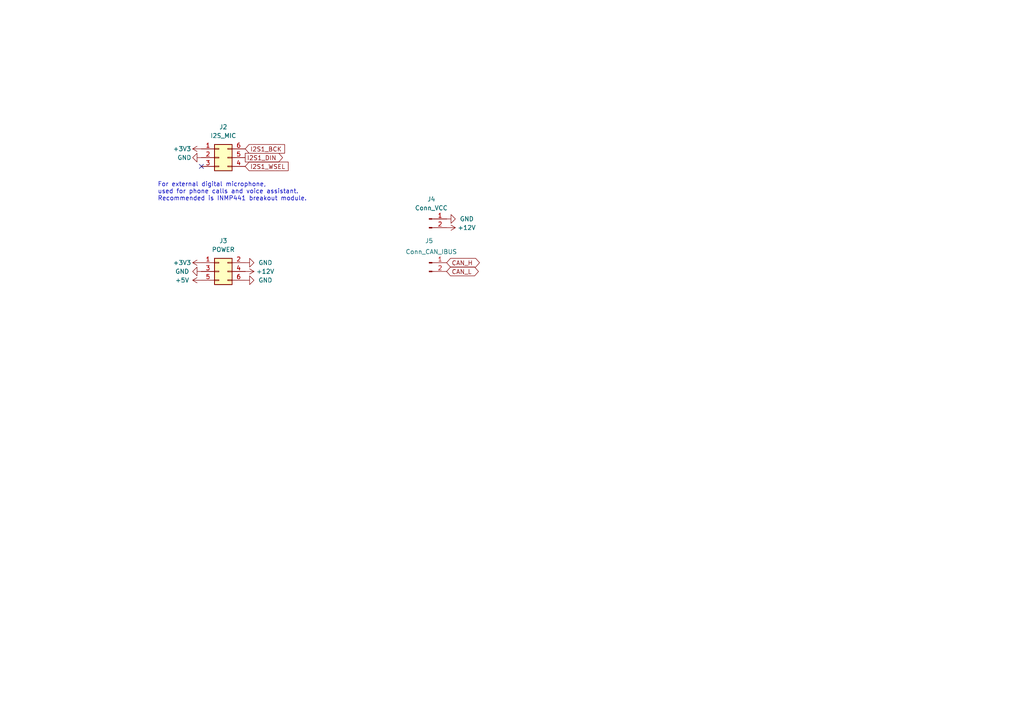
<source format=kicad_sch>
(kicad_sch (version 20211123) (generator eeschema)
  (paper "A4")
  (lib_symbols
    (symbol "Connector:Conn_01x02_Male" (pin_names (offset 1.016) hide)
      (property "Reference" "J" (at 0 2.54 0))
      (property "Value" "Conn_01x02_Male" (at 0 -5.08 0))
      (symbol "Conn_01x02_Male_1_1"
        (polyline (pts (xy 1.27 -2.54) (xy 0.8636 -2.54)) (stroke (width 0.1524)))
        (polyline (pts (xy 1.27 0) (xy 0.8636 0)) (stroke (width 0.1524)))
        (rectangle (start 0.8636 -2.413) (end 0 -2.667) (stroke (width 0.1524)) (fill (type outline)))
        (rectangle (start 0.8636 0.127) (end 0 -0.127) (stroke (width 0.1524)) (fill (type outline)))
        (pin passive line (at 5.08 0 180) (length 3.81) (name "Pin_1") (number "1"))
        (pin passive line (at 5.08 -2.54 180) (length 3.81) (name "Pin_2") (number "2"))
      )
    )
    (symbol "Connector_Generic:Conn_02x03_Counter_Clockwise" (pin_names (offset 1.016) hide)
      (property "Reference" "J" (at 1.27 5.08 0))
      (property "Value" "Conn_02x03_Counter_Clockwise" (at 1.27 -5.08 0))
      (symbol "Conn_02x03_Counter_Clockwise_1_1"
        (rectangle (start -1.27 -2.413) (end 0 -2.667) (stroke (width 0.1524)))
        (rectangle (start -1.27 0.127) (end 0 -0.127) (stroke (width 0.1524)))
        (rectangle (start -1.27 2.667) (end 0 2.413) (stroke (width 0.1524)))
        (rectangle (start -1.27 3.81) (end 3.81 -3.81) (stroke (width 0.254)) (fill (type background)))
        (rectangle (start 3.81 -2.413) (end 2.54 -2.667) (stroke (width 0.1524)))
        (rectangle (start 3.81 0.127) (end 2.54 -0.127) (stroke (width 0.1524)))
        (rectangle (start 3.81 2.667) (end 2.54 2.413) (stroke (width 0.1524)))
        (pin passive line (at -5.08 2.54 0) (length 3.81) (name "Pin_1") (number "1"))
        (pin passive line (at -5.08 0 0) (length 3.81) (name "Pin_2") (number "2"))
        (pin passive line (at -5.08 -2.54 0) (length 3.81) (name "Pin_3") (number "3"))
        (pin passive line (at 7.62 -2.54 180) (length 3.81) (name "Pin_4") (number "4"))
        (pin passive line (at 7.62 0 180) (length 3.81) (name "Pin_5") (number "5"))
        (pin passive line (at 7.62 2.54 180) (length 3.81) (name "Pin_6") (number "6"))
      )
    )
    (symbol "Connector_Generic:Conn_02x03_Odd_Even" (pin_names (offset 1.016) hide)
      (property "Reference" "J" (at 1.27 5.08 0))
      (property "Value" "Conn_02x03_Odd_Even" (at 1.27 -5.08 0))
      (symbol "Conn_02x03_Odd_Even_1_1"
        (rectangle (start -1.27 -2.413) (end 0 -2.667) (stroke (width 0.1524)))
        (rectangle (start -1.27 0.127) (end 0 -0.127) (stroke (width 0.1524)))
        (rectangle (start -1.27 2.667) (end 0 2.413) (stroke (width 0.1524)))
        (rectangle (start -1.27 3.81) (end 3.81 -3.81) (stroke (width 0.254)) (fill (type background)))
        (rectangle (start 3.81 -2.413) (end 2.54 -2.667) (stroke (width 0.1524)))
        (rectangle (start 3.81 0.127) (end 2.54 -0.127) (stroke (width 0.1524)))
        (rectangle (start 3.81 2.667) (end 2.54 2.413) (stroke (width 0.1524)))
        (pin passive line (at -5.08 2.54 0) (length 3.81) (name "Pin_1") (number "1"))
        (pin passive line (at 7.62 2.54 180) (length 3.81) (name "Pin_2") (number "2"))
        (pin passive line (at -5.08 0 0) (length 3.81) (name "Pin_3") (number "3"))
        (pin passive line (at 7.62 0 180) (length 3.81) (name "Pin_4") (number "4"))
        (pin passive line (at -5.08 -2.54 0) (length 3.81) (name "Pin_5") (number "5"))
        (pin passive line (at 7.62 -2.54 180) (length 3.81) (name "Pin_6") (number "6"))
      )
    )
    (symbol "power:+12V" (power) (pin_names (offset 0))
      (property "Value" "+12V" (at 0 3.556 0))
      (symbol "+12V_0_1"
        (polyline (pts (xy -0.762 1.27) (xy 0 2.54)))
        (polyline (pts (xy 0 0) (xy 0 2.54)))
        (polyline (pts (xy 0 2.54) (xy 0.762 1.27)))
      )
      (symbol "+12V_1_1"
        (pin power_in line (at 0 0 90) (length 0) hide (name "+12V") (number "1"))
      )
    )
    (symbol "power:+3V3" (power) (pin_names (offset 0))
      (property "Value" "+3V3" (at 0 3.556 0))
      (symbol "+3V3_0_1"
        (polyline (pts (xy -0.762 1.27) (xy 0 2.54)))
        (polyline (pts (xy 0 0) (xy 0 2.54)))
        (polyline (pts (xy 0 2.54) (xy 0.762 1.27)))
      )
      (symbol "+3V3_1_1"
        (pin power_in line (at 0 0 90) (length 0) hide (name "+3V3") (number "1"))
      )
    )
    (symbol "power:+5V" (power) (pin_names (offset 0))
      (property "Value" "+5V" (at 0 3.556 0))
      (symbol "+5V_0_1"
        (polyline (pts (xy -0.762 1.27) (xy 0 2.54)))
        (polyline (pts (xy 0 0) (xy 0 2.54)))
        (polyline (pts (xy 0 2.54) (xy 0.762 1.27)))
      )
      (symbol "+5V_1_1"
        (pin power_in line (at 0 0 90) (length 0) hide (name "+5V") (number "1"))
      )
    )
    (symbol "power:GND" (power) (pin_names (offset 0))
      (property "Value" "GND" (at 0 -3.81 0))
      (symbol "GND_0_1"
        (polyline (pts (xy 0 0) (xy 0 -1.27) (xy 1.27 -1.27) (xy 0 -2.54) (xy -1.27 -1.27) (xy 0 -1.27)))
      )
      (symbol "GND_1_1"
        (pin power_in line (at 0 0 270) (length 0) hide (name "GND") (number "1"))
      )
    )
  )
  (no_connect (at 58.42 48.26))
  (text "For external digital microphone,\nused for phone calls and voice assistant.\nRecommended is INMP441 breakout module." (at 45.72 58.42 0) (effects (font (size 1.27 1.27)) (justify left bottom)))
  (global_label "I2S1_BCK" (shape input) (at 71.12 43.18 0) (property "Intersheet References" "${INTERSHEET_REFS}" (effects hide)))
  (global_label "I2S1_WSEL" (shape input) (at 71.12 48.26 0) (property "Intersheet References" "${INTERSHEET_REFS}" (effects hide)))
  (global_label "CAN_L" (shape bidirectional) (at 129.54 78.74 0) (property "Intersheet References" "${INTERSHEET_REFS}" (effects hide)))
  (global_label "I2S1_DIN" (shape output) (at 71.12 45.72 0) (property "Intersheet References" "${INTERSHEET_REFS}" (effects hide)))
  (global_label "CAN_H" (shape bidirectional) (at 129.54 76.2 0) (property "Intersheet References" "${INTERSHEET_REFS}" (effects hide)))
  (symbol (lib_id "power:GND") (at 71.12 81.28 90) (mirror x) (unit 1)
    (property "Reference" "#PWR0111" (effects hide))
    (property "Value" "GND" (at 74.93 81.2801 90) (effects (justify right)))
  )
  (symbol (lib_id "power:+3V3") (at 58.42 43.18 90) (unit 1)
    (property "Reference" "#PWR060" (effects hide))
    (property "Value" "+3V3" (at 50.165 43.18 90) (effects (justify right)))
  )
  (symbol (lib_id "power:+12V") (at 129.54 66.04 270) (unit 1)
    (property "Reference" "#PWR065" (effects hide))
    (property "Value" "+12V" (at 132.715 66.0399 90) (effects (justify left)))
  )
  (symbol (lib_id "power:+12V") (at 71.12 78.74 270) (unit 1)
    (property "Reference" "#PWR0115" (effects hide))
    (property "Value" "+12V" (at 74.295 78.7399 90) (effects (justify left)))
  )
  (symbol (lib_id "power:GND") (at 58.42 78.74 270) (mirror x) (unit 1)
    (property "Reference" "#PWR0112" (effects hide))
    (property "Value" "GND" (at 50.8 78.74 90) (effects (justify left)))
  )
  (symbol (lib_id "Connector_Generic:Conn_02x03_Odd_Even") (at 63.5 78.74 0) (unit 1)
    (property "Reference" "J3" (at 64.77 69.85 0))
    (property "Value" "POWER" (at 64.77 72.39 0))
    (property "Footprint" "Connector_PinHeader_2.54mm:PinHeader_2x03_P2.54mm_Vertical" (effects hide))
  )
  (symbol (lib_id "power:GND") (at 129.54 63.5 90) (mirror x) (unit 1)
    (property "Reference" "#PWR064" (effects hide))
    (property "Value" "GND" (at 133.35 63.5001 90) (effects (justify right)))
  )
  (symbol (lib_id "power:GND") (at 58.42 45.72 270) (mirror x) (unit 1)
    (property "Reference" "#PWR061" (effects hide))
    (property "Value" "GND" (at 51.435 45.72 90) (effects (justify left)))
  )
  (symbol (lib_id "Connector:Conn_01x02_Male") (at 124.46 76.2 0) (unit 1)
    (property "Reference" "J5" (at 124.46 69.85 0))
    (property "Value" "Conn_CAN_IBUS" (at 125.095 73.025 0))
    (property "Footprint" "kicadlibrary:Molex_Mega-Fit_76825-0002_2x01_P5.70mm_Horizontal" (effects hide))
  )
  (symbol (lib_id "Connector_Generic:Conn_02x03_Counter_Clockwise") (at 63.5 45.72 0) (unit 1)
    (property "Reference" "J2" (at 64.77 36.83 0))
    (property "Value" "I2S_MIC" (at 64.77 39.37 0))
    (property "Footprint" "Connector_PinHeader_2.54mm:PinHeader_2x03_P2.54mm_Vertical" (effects hide))
  )
  (symbol (lib_id "power:+3V3") (at 58.42 76.2 90) (unit 1)
    (property "Reference" "#PWR0116" (effects hide))
    (property "Value" "+3V3" (at 50.165 76.2 90) (effects (justify right)))
  )
  (symbol (lib_id "power:+5V") (at 58.42 81.28 90) (unit 1)
    (property "Reference" "#PWR0113" (effects hide))
    (property "Value" "+5V" (at 50.8 81.28 90) (effects (justify right)))
  )
  (symbol (lib_id "power:GND") (at 71.12 76.2 90) (mirror x) (unit 1)
    (property "Reference" "#PWR0114" (effects hide))
    (property "Value" "GND" (at 74.93 76.2001 90) (effects (justify right)))
  )
  (symbol (lib_id "Connector:Conn_01x02_Male") (at 124.46 63.5 0) (unit 1)
    (property "Reference" "J4" (at 125.095 57.785 0))
    (property "Value" "Conn_VCC" (at 125.095 60.325 0))
    (property "Footprint" "kicadlibrary:Molex_Mega-Fit_76825-0002_2x01_P5.70mm_Horizontal" (effects hide))
  )
)
</source>
